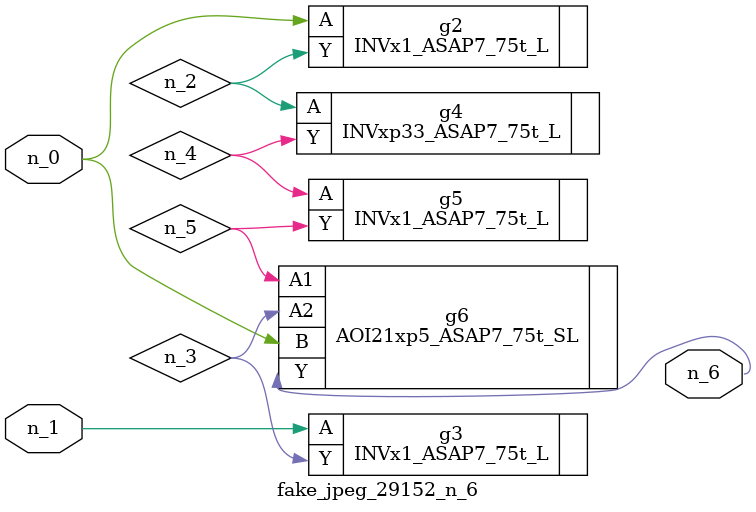
<source format=v>
module fake_jpeg_29152_n_6 (n_0, n_1, n_6);

input n_0;
input n_1;

output n_6;

wire n_2;
wire n_3;
wire n_4;
wire n_5;

INVx1_ASAP7_75t_L g2 ( 
.A(n_0),
.Y(n_2)
);

INVx1_ASAP7_75t_L g3 ( 
.A(n_1),
.Y(n_3)
);

INVxp33_ASAP7_75t_L g4 ( 
.A(n_2),
.Y(n_4)
);

INVx1_ASAP7_75t_L g5 ( 
.A(n_4),
.Y(n_5)
);

AOI21xp5_ASAP7_75t_SL g6 ( 
.A1(n_5),
.A2(n_3),
.B(n_0),
.Y(n_6)
);


endmodule
</source>
